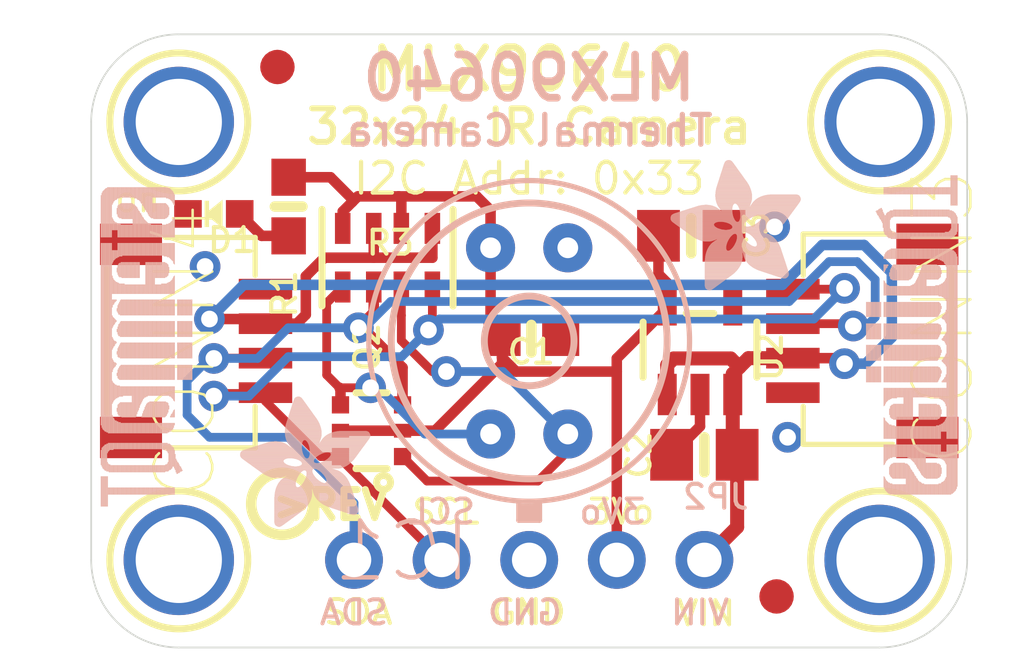
<source format=kicad_pcb>
(kicad_pcb (version 20211014) (generator pcbnew)
  (layers (0 "F.Cu" signal) (31 "B.Cu" signal) (34 "B.Paste" user) (35 "F.Paste" user) (36 "B.SilkS" user "B.Silkscreen") (37 "F.SilkS" user "F.Silkscreen") (38 "B.Mask" user) (39 "F.Mask" user) (44 "Edge.Cuts" user))
  (net 0 "")
  (net 1 "GND")
  (net 2 "SDA")
  (net 3 "SCL")
  (net 4 "SCL_3V")
  (net 5 "SDA_3V")
  (net 6 "3.3V")
  (net 7 "VCC")
  (net 8 "N$1")
  (footprint "boardEagle:JST_SH4" (layer "F.Cu") (at 158.6611 105.0036 90)
    (fp_text reference "CONN3" (at -3.711 1.847 90) (layer "F.SilkS") (effects (font (size 1.703222 1.703222) (thickness 0.074778)) (justify left)))
    (fp_text value "STEMMA_I2C_QT" hide)
    (pad "1" smd rect (at -1.5 -2.514 180) (size 1.55 0.6) (layers "F.Cu" "F.Paste" "F.Mask") (net 1 "GND"))
    (pad "2" smd rect (at -0.5 -2.514 180) (size 1.55 0.6) (layers "F.Cu" "F.Paste" "F.Mask") (net 7 "VCC"))
    (pad "3" smd rect (at 0.5 -2.514 180) (size 1.55 0.6) (layers "F.Cu" "F.Paste" "F.Mask") (net 2 "SDA"))
    (pad "4" smd rect (at 1.5 -2.514 180) (size 1.55 0.6) (layers "F.Cu" "F.Paste" "F.Mask") (net 3 "SCL"))
    (pad "MT1" smd rect (at -2.8 1.386 180) (size 1.8 1.2) (layers "F.Cu" "F.Paste" "F.Mask"))
    (pad "MT2" smd rect (at 2.8 1.386 180) (size 1.8 1.2) (layers "F.Cu" "F.Paste" "F.Mask"))
  )
  (footprint "boardEagle:MOUNTINGHOLE_2.5_PLATED" (layer "F.Cu") (at 158.6611 98.6536)
    (fp_text reference "U$17" hide)
    (fp_text value "MOUNTINGHOLE2.5" hide)
    (pad "P$1" thru_hole circle (at 0 0) (size 3.2 3.2) (drill 2.5) (layers *.Cu *.Mask))
  )
  (footprint "boardEagle:FIDUCIAL_1MM" (layer "F.Cu") (at 141.20114 97.061019)
    (fp_text reference "FID4" hide)
    (fp_text value "FIDUCIAL_1MM" hide)
    (pad "1" smd roundrect (at 0 0) (size 1 1) (layers "F.Cu" "F.Mask") (roundrect_rratio 0.5))
  )
  (footprint "boardEagle:MOUNTINGHOLE_2.5_PLATED" (layer "F.Cu") (at 158.6611 111.3536)
    (fp_text reference "U$21" hide)
    (fp_text value "MOUNTINGHOLE2.5" hide)
    (pad "P$1" thru_hole circle (at 0 0) (size 3.2 3.2) (drill 2.5) (layers *.Cu *.Mask))
  )
  (footprint "boardEagle:SOT363" (layer "F.Cu") (at 143.9291 107.6071 90)
    (fp_text reference "Q2" (at 1.651 -0.127 90) (layer "F.SilkS") (effects (font (size 0.692831 0.692831) (thickness 0.119969)) (justify left)))
    (fp_text value "BSS138")
    (pad "1" smd rect (at -0.75 0.9 90) (size 0.5 0.5) (layers "F.Cu" "F.Paste" "F.Mask") (net 4 "SCL_3V"))
    (pad "2" smd rect (at 0 0.9 90) (size 0.4 0.5) (layers "F.Cu" "F.Paste" "F.Mask") (net 6 "3.3V"))
    (pad "3" smd rect (at 0.75 0.9 90) (size 0.5 0.5) (layers "F.Cu" "F.Paste" "F.Mask") (net 2 "SDA"))
    (pad "4" smd rect (at 0.75 -0.9 90) (size 0.5 0.5) (layers "F.Cu" "F.Paste" "F.Mask") (net 5 "SDA_3V"))
    (pad "5" smd rect (at 0 -0.9 90) (size 0.4 0.5) (layers "F.Cu" "F.Paste" "F.Mask") (net 6 "3.3V"))
    (pad "6" smd rect (at -0.75 -0.9 90) (size 0.5 0.5) (layers "F.Cu" "F.Paste" "F.Mask") (net 3 "SCL"))
  )
  (footprint "boardEagle:MOUNTINGHOLE_2.5_PLATED" (layer "F.Cu") (at 138.3411 111.3536)
    (fp_text reference "U$19" hide)
    (fp_text value "MOUNTINGHOLE2.5" hide)
    (pad "P$1" thru_hole circle (at 0 0) (size 3.2 3.2) (drill 2.5) (layers *.Cu *.Mask))
  )
  (footprint "boardEagle:0805-NO" (layer "F.Cu") (at 153.2001 101.9556)
    (fp_text reference "C3" (at 1.905 -0.762 90) (layer "F.SilkS") (effects (font (size 0.692831 0.692831) (thickness 0.119969)) (justify right)))
    (fp_text value "10uF")
    (pad "1" smd rect (at -0.95 0) (size 1.24 1.5) (layers "F.Cu" "F.Paste" "F.Mask") (net 6 "3.3V"))
    (pad "2" smd rect (at 0.95 0) (size 1.24 1.5) (layers "F.Cu" "F.Paste" "F.Mask") (net 1 "GND"))
  )
  (footprint "boardEagle:CHIPLED_0603_NOOUTLINE" (layer "F.Cu") (at 139.3571 101.3206 90)
    (fp_text reference "D1" (at -0.762 1.27) (layer "F.SilkS") (effects (font (size 0.692831 0.692831) (thickness 0.119969)) (justify right)))
    (fp_text value "GREEN")
    (pad "A" smd rect (at 0 0.75 90) (size 0.8 0.8) (layers "F.Cu" "F.Paste" "F.Mask") (net 8 "N$1"))
    (pad "C" smd rect (at 0 -0.75 90) (size 0.8 0.8) (layers "F.Cu" "F.Paste" "F.Mask") (net 1 "GND"))
  )
  (footprint "boardEagle:PCBFEAT-REV-040" (layer "F.Cu") (at 141.3383 109.728)
    (fp_text reference "U$25" hide)
    (fp_text value "" hide)
    (fp_text user ">REV" (at -0.3556 0.508) (layer "F.SilkS") (effects (font (size 0.8128 0.8128) (thickness 0.2032)) (justify left bottom)))
  )
  (footprint "boardEagle:RESPACK_4X0603" (layer "F.Cu") (at 144.393921 102.5906 180)
    (fp_text reference "R3" (at -0.838 0.432) (layer "F.SilkS") (effects (font (size 0.692831 0.692831) (thickness 0.119969)) (justify right)))
    (fp_text value "4.7K")
    (pad "1" smd rect (at -1.3 0.85 180) (size 0.45 0.9) (layers "F.Cu" "F.Paste" "F.Mask") (net 7 "VCC"))
    (pad "2" smd rect (at -0.4 0.85 180) (size 0.45 0.9) (layers "F.Cu" "F.Paste" "F.Mask") (net 6 "3.3V"))
    (pad "3" smd rect (at 0.4 0.85 180) (size 0.45 0.9) (layers "F.Cu" "F.Paste" "F.Mask") (net 7 "VCC"))
    (pad "4" smd rect (at 1.3 0.85 180) (size 0.45 0.9) (layers "F.Cu" "F.Paste" "F.Mask") (net 6 "3.3V"))
    (pad "5" smd rect (at 1.3 -0.85 180) (size 0.45 0.9) (layers "F.Cu" "F.Paste" "F.Mask") (net 5 "SDA_3V"))
    (pad "6" smd rect (at 0.4 -0.85 180) (size 0.45 0.9) (layers "F.Cu" "F.Paste" "F.Mask") (net 2 "SDA"))
    (pad "7" smd rect (at -0.4 -0.85 180) (size 0.45 0.9) (layers "F.Cu" "F.Paste" "F.Mask") (net 4 "SCL_3V"))
    (pad "8" smd rect (at -1.3 -0.85 180) (size 0.45 0.9) (layers "F.Cu" "F.Paste" "F.Mask") (net 3 "SCL"))
  )
  (footprint "boardEagle:JST_SH4" (layer "F.Cu") (at 138.3411 105.0036 -90)
    (fp_text reference "CONN4" (at -4.092 -0.185 90) (layer "F.SilkS") (effects (font (size 1.703222 1.703222) (thickness 0.074778)) (justify right)))
    (fp_text value "STEMMA_I2C_QT" hide)
    (pad "1" smd rect (at -1.5 -2.514) (size 1.55 0.6) (layers "F.Cu" "F.Paste" "F.Mask") (net 1 "GND"))
    (pad "2" smd rect (at -0.5 -2.514) (size 1.55 0.6) (layers "F.Cu" "F.Paste" "F.Mask") (net 7 "VCC"))
    (pad "3" smd rect (at 0.5 -2.514) (size 1.55 0.6) (layers "F.Cu" "F.Paste" "F.Mask") (net 2 "SDA"))
    (pad "4" smd rect (at 1.5 -2.514) (size 1.55 0.6) (layers "F.Cu" "F.Paste" "F.Mask") (net 3 "SCL"))
    (pad "MT1" smd rect (at -2.8 1.386) (size 1.8 1.2) (layers "F.Cu" "F.Paste" "F.Mask"))
    (pad "MT2" smd rect (at 2.8 1.386) (size 1.8 1.2) (layers "F.Cu" "F.Paste" "F.Mask"))
  )
  (footprint "boardEagle:0603-NO" (layer "F.Cu") (at 141.526259 101.107241 -90)
    (fp_text reference "R1" (at 1.778 0.127 90) (layer "F.SilkS") (effects (font (size 0.692831 0.692831) (thickness 0.119969)) (justify right)))
    (fp_text value "10K")
    (pad "1" smd rect (at -0.85 0 270) (size 1.075 1) (layers "F.Cu" "F.Paste" "F.Mask") (net 6 "3.3V"))
    (pad "2" smd rect (at 0.85 0 270) (size 1.075 1) (layers "F.Cu" "F.Paste" "F.Mask") (net 8 "N$1"))
  )
  (footprint "boardEagle:FIDUCIAL_1MM" (layer "F.Cu") (at 155.674059 112.412782)
    (fp_text reference "FID3" hide)
    (fp_text value "FIDUCIAL_1MM" hide)
    (pad "1" smd roundrect (at 0 0) (size 1 1) (layers "F.Cu" "F.Mask") (roundrect_rratio 0.5))
  )
  (footprint "boardEagle:0805-NO" (layer "F.Cu") (at 153.5811 108.3056 180)
    (fp_text reference "C2" (at 1.905 -0.762 90) (layer "F.SilkS") (effects (font (size 0.692831 0.692831) (thickness 0.119969)) (justify left)))
    (fp_text value "10uF")
    (pad "1" smd rect (at -0.95 0 180) (size 1.24 1.5) (layers "F.Cu" "F.Paste" "F.Mask") (net 7 "VCC"))
    (pad "2" smd rect (at 0.95 0 180) (size 1.24 1.5) (layers "F.Cu" "F.Paste" "F.Mask") (net 1 "GND"))
  )
  (footprint "boardEagle:SOT23-5" (layer "F.Cu") (at 153.4541 105.2576)
    (fp_text reference "U2" (at 2.032 -0.562 90) (layer "F.SilkS") (effects (font (size 0.692831 0.692831) (thickness 0.119969)) (justify right)))
    (fp_text value "AP2112K-3.3")
    (pad "1" smd rect (at -0.95 1.3001) (size 0.55 1.2) (layers "F.Cu" "F.Paste" "F.Mask") (net 7 "VCC"))
    (pad "2" smd rect (at 0 1.3001) (size 0.55 1.2) (layers "F.Cu" "F.Paste" "F.Mask") (net 1 "GND"))
    (pad "3" smd rect (at 0.95 1.3001) (size 0.55 1.2) (layers "F.Cu" "F.Paste" "F.Mask") (net 7 "VCC"))
    (pad "4" smd rect (at 0.95 -1.3001) (size 0.55 1.2) (layers "F.Cu" "F.Paste" "F.Mask"))
    (pad "5" smd rect (at -0.95 -1.3001) (size 0.55 1.2) (layers "F.Cu" "F.Paste" "F.Mask") (net 6 "3.3V"))
  )
  (footprint "boardEagle:0603-NO" (layer "F.Cu") (at 148.5646 104.9401)
    (fp_text reference "C1" (at -0.762 0.381) (layer "F.SilkS") (effects (font (size 0.692831 0.692831) (thickness 0.119969)) (justify left)))
    (fp_text value "0.1uF")
    (pad "1" smd rect (at -0.85 0) (size 1.075 1) (layers "F.Cu" "F.Paste" "F.Mask") (net 6 "3.3V"))
    (pad "2" smd rect (at 0.85 0) (size 1.075 1) (layers "F.Cu" "F.Paste" "F.Mask") (net 1 "GND"))
  )
  (footprint "boardEagle:MOUNTINGHOLE_2.5_PLATED" (layer "F.Cu") (at 138.3411 98.6536)
    (fp_text reference "U$1" hide)
    (fp_text value "MOUNTINGHOLE2.5" hide)
    (pad "P$1" thru_hole circle (at 0 0) (size 3.2 3.2) (drill 2.5) (layers *.Cu *.Mask))
  )
  (footprint "boardEagle:MLX90640" (layer "B.Cu") (at 148.5011 105.0036 180)
    (fp_text reference "IC1" (at 1.6 -6.1) (layer "B.SilkS") (effects (font (size 1.647139 1.647139) (thickness 0.130861)) (justify left mirror)))
    (fp_text value "MLX90640")
    (pad "GND" thru_hole circle (at -1.12 2.7 180) (size 1.4224 1.4224) (drill 0.6) (layers *.Cu) (net 1 "GND"))
    (pad "SCL" thru_hole circle (at -1.12 -2.7 180) (size 1.4224 1.4224) (drill 0.6) (layers *.Cu) (net 4 "SCL_3V"))
    (pad "SDA" thru_hole circle (at 1.12 -2.7 180) (size 1.4224 1.4224) (drill 0.6) (layers *.Cu) (net 5 "SDA_3V"))
    (pad "VDD" thru_hole circle (at 1.12 2.7 180) (size 1.4224 1.4224) (drill 0.6) (layers *.Cu) (net 6 "3.3V"))
  )
  (footprint "boardEagle:STEMMAQT" (layer "B.Cu") (at 158.2801 109.4486 90)
    (fp_text reference "U$30" hide)
    (fp_text value "" hide)
  )
  (footprint "boardEagle:ADAFRUIT_3.5MM" (layer "B.Cu") (at 143.913859 110.411263 180)
    (fp_text reference "U$22" hide)
    (fp_text value "" hide)
  )
  (footprint "boardEagle:STEMMAQT" (layer "B.Cu") (at 138.7221 100.5586 -90)
    (fp_text reference "U$31" hide)
    (fp_text value "" hide)
  )
  (footprint "boardEagle:ADAFRUIT_3.5MM" (layer "B.Cu") (at 156.395418 103.553263 180)
    (fp_text reference "U$4" hide)
    (fp_text value "" hide)
  )
  (footprint "boardEagle:1X05_ROUND" (layer "B.Cu") (at 148.5011 111.3536 180)
    (fp_text reference "JP2" (at -6.4262 1.8288) (layer "B.SilkS") (effects (font (size 0.692831 0.692831) (thickness 0.119969)) (justify left mirror)))
    (fp_text value "")
    (pad "1" thru_hole circle (at -5.08 0 90) (size 1.6764 1.6764) (drill 1) (layers *.Cu *.Mask) (net 7 "VCC"))
    (pad "2" thru_hole circle (at -2.54 0 90) (size 1.6764 1.6764) (drill 1) (layers *.Cu *.Mask) (net 6 "3.3V"))
    (pad "3" thru_hole circle (at 0 0 90) (size 1.6764 1.6764) (drill 1) (layers *.Cu *.Mask) (net 1 "GND"))
    (pad "4" thru_hole circle (at 2.54 0 90) (size 1.6764 1.6764) (drill 1) (layers *.Cu *.Mask) (net 3 "SCL"))
    (pad "5" thru_hole circle (at 5.08 0 90) (size 1.6764 1.6764) (drill 1) (layers *.Cu *.Mask) (net 2 "SDA"))
  )
  (gr_arc (start 158.6611 96.1136) (mid 160.457151 96.857549) (end 161.2011 98.6536) (layer "Edge.Cuts") (width 0.05))
  (gr_arc (start 161.2011 111.3536) (mid 160.457151 113.149651) (end 158.6611 113.8936) (layer "Edge.Cuts") (width 0.05))
  (gr_line (start 135.8011 98.6536) (end 135.8011 111.3536) (layer "Edge.Cuts") (width 0.05))
  (gr_arc (start 135.8011 98.6536) (mid 136.545049 96.857549) (end 138.3411 96.1136) (layer "Edge.Cuts") (width 0.05))
  (gr_line (start 138.3411 113.8936) (end 158.6611 113.8936) (layer "Edge.Cuts") (width 0.05))
  (gr_line (start 158.6611 96.1136) (end 138.3411 96.1136) (layer "Edge.Cuts") (width 0.05))
  (gr_line (start 161.2011 111.3536) (end 161.2011 98.6536) (layer "Edge.Cuts") (width 0.05))
  (gr_arc (start 138.3411 113.8936) (mid 136.545049 113.149651) (end 135.8011 111.3536) (layer "Edge.Cuts") (width 0.05))
  (gr_text "GND" (at 148.3741 112.8776) (layer "B.SilkS") (effects (font (size 0.699008 0.699008) (thickness 0.113792)) (justify mirror)))
  (gr_text "MLX90640" (at 148.5011 97.3836) (layer "B.SilkS") (effects (font (size 1.25222 1.25222) (thickness 0.22098)) (justify mirror)))
  (gr_text "VIN" (at 153.4541 112.8776) (layer "B.SilkS") (effects (font (size 0.699008 0.699008) (thickness 0.113792)) (justify mirror)))
  (gr_text "3Vo" (at 150.9141 109.9566) (layer "B.SilkS") (effects (font (size 0.699008 0.699008) (thickness 0.113792)) (justify mirror)))
  (gr_text "SCL" (at 145.9611 109.9566) (layer "B.SilkS") (effects (font (size 0.699008 0.699008) (thickness 0.113792)) (justify mirror)))
  (gr_text "SDA" (at 143.4211 112.8776) (layer "B.SilkS") (effects (font (size 0.699008 0.699008) (thickness 0.113792)) (justify mirror)))
  (gr_text "Thermal Camera" (at 148.5011 98.9076) (layer "B.SilkS") (effects (font (size 0.8636 0.8636) (thickness 0.1524)) (justify mirror)))
  (gr_text "3Vo" (at 151.1681 109.9566) (layer "F.SilkS") (effects (font (size 0.699008 0.699008) (thickness 0.113792))))
  (gr_text "I2C Addr: 0x33" (at 148.5011 100.294441) (layer "F.SilkS") (effects (font (size 0.89408 0.89408) (thickness 0.12192))))
  (gr_text "32x24 IR Camera" (at 148.5011 98.79076) (layer "F.SilkS") (effects (font (size 0.97155 0.97155) (thickness 0.17145))))
  (gr_text "GND" (at 148.49094 112.867441) (layer "F.SilkS") (effects (font (size 0.699008 0.699008) (thickness 0.113792))))
  (gr_text "SDA" (at 143.5481 112.867441) (layer "F.SilkS") (effects (font (size 0.699008 0.699008) (thickness 0.113792))))
  (gr_text "SCL" (at 146.0881 109.9566) (layer "F.SilkS") (effects (font (size 0.699008 0.699008) (thickness 0.113792))))
  (gr_text "MLX90640" (at 148.5011 97.1296) (layer "F.SilkS") (effects (font (size 1.18745 1.18745) (thickness 0.20955))))
  (gr_text "VIN" (at 153.6319 112.903) (layer "F.SilkS") (effects (font (size 0.699008 0.699008) (thickness 0.113792))))
  (gr_text "on" (at 136.4361 101.3206) (layer "F.SilkS") (effects (font (size 0.715264 0.715264) (thickness 0.097536)) (justify left bottom)))
  (segment (start 153.4541 106.5577) (end 153.4541 107.4826) (width 0.3048) (layer "F.Cu") (net 1))
  (segment (start 153.4541 107.4826) (end 152.6311 108.3056) (width 0.3048) (layer "F.Cu") (net 1))
  (via (at 139.1031 102.8446) (size 0.889) (drill 0.4826) (layers "F.Cu" "B.Cu") (net 1))
  (via (at 155.9941 107.7976) (size 0.889) (drill 0.4826) (layers "F.Cu" "B.Cu") (net 1))
  (via (at 155.618181 101.696519) (size 0.889) (drill 0.4826) (layers "F.Cu" "B.Cu") (net 1))
  (segment (start 143.5481 104.6226) (end 143.993921 104.176779) (width 0.3048) (layer "F.Cu") (net 2))
  (segment (start 143.993921 103.4406) (end 143.993921 104.176779) (width 0.3048) (layer "F.Cu") (net 2))
  (segment (start 156.1471 104.5036) (end 157.8309 104.5036) (width 0.254) (layer "F.Cu") (net 2))
  (segment (start 157.8309 104.5036) (end 157.8991 104.5718) (width 0.254) (layer "F.Cu") (net 2))
  (segment (start 144.8291 106.8571) (end 144.8291 105.7766) (width 0.3048) (layer "F.Cu") (net 2))
  (segment (start 143.5481 104.6226) (end 143.6751 104.6226) (width 0.3048) (layer "F.Cu") (net 2))
  (segment (start 140.8551 105.5036) (end 139.3651 105.5036) (width 0.254) (layer "F.Cu") (net 2))
  (segment (start 139.3651 105.5036) (end 139.3571 105.5116) (width 0.254) (layer "F.Cu") (net 2))
  (segment (start 144.8291 105.7766) (end 143.6751 104.6226) (width 0.3048) (layer "F.Cu") (net 2))
  (via (at 143.5481 104.6226) (size 0.889) (drill 0.4826) (layers "F.Cu" "B.Cu") (net 2))
  (via (at 139.3571 105.5116) (size 0.889) (drill 0.4826) (layers "F.Cu" "B.Cu") (net 2))
  (via (at 157.8991 104.5718) (size 0.889) (drill 0.4826) (layers "F.Cu" "B.Cu") (net 2))
  (segment (start 143.849506 104.4956) (end 143.6751 104.4956) (width 0.254) (layer "B.Cu") (net 2))
  (segment (start 158.5341 103.2256) (end 158.0134 102.7049) (width 0.254) (layer "B.Cu") (net 2))
  (segment (start 139.3571 105.5116) (end 139.2301 105.5116) (width 0.254) (layer "B.Cu") (net 2))
  (segment (start 156.041506 103.8606) (end 157.197206 102.7049) (width 0.254) (layer "B.Cu") (net 2))
  (segment (start 158.5341 104.3178) (end 158.5341 103.2256) (width 0.254) (layer "B.Cu") (net 2))
  (segment (start 141.5161 104.6226) (end 143.5481 104.6226) (width 0.254) (layer "B.Cu") (net 2))
  (segment (start 141.5161 104.6226) (end 140.6271 105.5116) (width 0.254) (layer "B.Cu") (net 2))
  (segment (start 139.3571 105.5116) (end 140.6271 105.5116) (width 0.254) (layer "B.Cu") (net 2))
  (segment (start 139.2301 105.5116) (end 138.5824 106.1593) (width 0.254) (layer "B.Cu") (net 2))
  (segment (start 157.8991 104.5718) (end 158.2801 104.5718) (width 0.254) (layer "B.Cu") (net 2))
  (segment (start 158.5341 104.3178) (end 158.2801 104.5718) (width 0.254) (layer "B.Cu") (net 2))
  (segment (start 144.484506 103.8606) (end 156.041506 103.8606) (width 0.254) (layer "B.Cu") (net 2))
  (segment (start 138.5824 107.1499) (end 139.2301 107.7976) (width 0.254) (layer "B.Cu") (net 2))
  (segment (start 138.5824 106.1593) (end 138.5824 107.1499) (width 0.254) (layer "B.Cu") (net 2))
  (segment (start 143.5481 104.6226) (end 143.6751 104.4956) (width 0.254) (layer "B.Cu") (net 2))
  (segment (start 144.484506 103.8606) (end 143.849506 104.4956) (width 0.254) (layer "B.Cu") (net 2))
  (segment (start 141.5161 107.7976) (end 143.4211 109.7026) (width 0.254) (layer "B.Cu") (net 2))
  (segment (start 158.0134 102.7049) (end 157.197206 102.7049) (width 0.254) (layer "B.Cu") (net 2))
  (segment (start 139.2301 107.7976) (end 141.5161 107.7976) (width 0.254) (layer "B.Cu") (net 2))
  (segment (start 143.4211 109.7026) (end 143.4211 111.3536) (width 0.254) (layer "B.Cu") (net 2))
  (segment (start 140.8551 106.5036) (end 140.8551 106.5276) (width 0.3048) (layer "F.Cu") (net 3))
  (segment (start 145.693921 103.4406) (end 145.693921 104.572279) (width 0.254) (layer "F.Cu") (net 3))
  (segment (start 140.8551 106.7546) (end 142.4576 108.3571) (width 0.254) (layer "F.Cu") (net 3))
  (segment (start 157.6211 103.5036) (end 157.6451 103.4796) (width 0.254) (layer "F.Cu") (net 3))
  (segment (start 142.4576 108.3571) (end 143.0291 108.3571) (width 0.254) (layer "F.Cu") (net 3))
  (segment (start 156.1471 103.5036) (end 157.6211 103.5036) (width 0.254) (layer "F.Cu") (net 3))
  (segment (start 143.0291 108.4216) (end 145.9611 111.3536) (width 0.254) (layer "F.Cu") (net 3))
  (segment (start 143.0291 108.3571) (end 143.0291 108.4216) (width 0.3048) (layer "F.Cu") (net 3))
  (segment (start 140.8551 106.5276) (end 140.8551 106.7546) (width 0.254) (layer "F.Cu") (net 3))
  (segment (start 139.3571 106.6038) (end 139.4333 106.5276) (width 0.254) (layer "F.Cu") (net 3))
  (segment (start 139.4333 106.5276) (end 140.8551 106.5276) (width 0.254) (layer "F.Cu") (net 3))
  (segment (start 145.5801 104.6861) (end 145.693921 104.572279) (width 0.254) (layer "F.Cu") (net 3))
  (via (at 139.3571 106.6038) (size 0.889) (drill 0.4826) (layers "F.Cu" "B.Cu") (net 3))
  (via (at 157.6451 103.4796) (size 0.889) (drill 0.4826) (layers "F.Cu" "B.Cu") (net 3))
  (via (at 145.5801 104.6861) (size 0.889) (drill 0.4826) (layers "F.Cu" "B.Cu") (net 3))
  (segment (start 144.8054 105.4608) (end 141.5161 105.4608) (width 0.254) (layer "B.Cu") (net 3))
  (segment (start 145.8976 104.3686) (end 145.5801 104.6861) (width 0.254) (layer "B.Cu") (net 3))
  (segment (start 156.7561 104.3686) (end 145.8976 104.3686) (width 0.254) (layer "B.Cu") (net 3))
  (segment (start 141.5161 105.4608) (end 140.3731 106.6038) (width 0.254) (layer "B.Cu") (net 3))
  (segment (start 157.6451 103.4796) (end 156.7561 104.3686) (width 0.254) (layer "B.Cu") (net 3))
  (segment (start 145.5801 104.6861) (end 144.8054 105.4608) (width 0.254) (layer "B.Cu") (net 3))
  (segment (start 140.3731 106.6038) (end 139.3571 106.6038) (width 0.254) (layer "B.Cu") (net 3))
  (segment (start 145.689793 105.891388) (end 144.793918 104.995513) (width 0.254) (layer "F.Cu") (net 4))
  (segment (start 149.6211 108.2016) (end 148.7551 109.0676) (width 0.254) (layer "F.Cu") (net 4))
  (segment (start 148.7551 109.0676) (end 145.5396 109.0676) (width 0.254) (layer "F.Cu") (net 4))
  (segment (start 144.793921 103.4406) (end 144.793921 104.26356) (width 0.254) (layer "F.Cu") (net 4))
  (segment (start 145.689793 105.891388) (end 146.1008 105.891388) (width 0.254) (layer "F.Cu") (net 4))
  (segment (start 144.793921 104.26356) (end 144.793918 104.263563) (width 0.254) (layer "F.Cu") (net 4))
  (segment (start 144.793918 104.263563) (end 144.793918 104.995513) (width 0.254) (layer "F.Cu") (net 4))
  (segment (start 149.6211 108.2016) (end 149.6211 107.7036) (width 0.254) (layer "F.Cu") (net 4))
  (segment (start 145.5396 109.0676) (end 144.8291 108.3571) (width 0.254) (layer "F.Cu") (net 4))
  (via (at 146.1008 105.891388) (size 0.889) (drill 0.4826) (layers "F.Cu" "B.Cu") (net 4))
  (segment (start 149.5501 107.7036) (end 147.737887 105.891388) (width 0.254) (layer "B.Cu") (net 4))
  (segment (start 146.1008 105.891388) (end 147.737887 105.891388) (width 0.254) (layer "B.Cu") (net 4))
  (segment (start 149.6211 107.7036) (end 149.5501 107.7036) (width 0.254) (layer "B.Cu") (net 4))
  (segment (start 143.0291 106.3896) (end 143.0291 106.8571) (width 0.3048) (layer "F.Cu") (net 5))
  (segment (start 143.0291 106.3896) (end 143.002 106.3625) (width 0.3048) (layer "F.Cu") (net 5))
  (segment (start 143.093921 103.4406) (end 142.6291 103.905422) (width 0.254) (layer "F.Cu") (net 5))
  (segment (start 143.002 106.3625) (end 143.902487 106.3625) (width 0.254) (layer "F.Cu") (net 5))
  (segment (start 142.6291 105.9896) (end 143.002 106.3625) (width 0.254) (layer "F.Cu") (net 5))
  (segment (start 142.6291 103.905422) (end 142.6291 105.9896) (width 0.254) (layer "F.Cu") (net 5))
  (via (at 143.902487 106.3625) (size 0.889) (drill 0.4826) (layers "F.Cu" "B.Cu") (net 5))
  (segment (start 143.902487 106.3625) (end 144.135 106.3625) (width 0.254) (layer "B.Cu") (net 5))
  (segment (start 145.4761 107.7036) (end 144.135 106.3625) (width 0.254) (layer "B.Cu") (net 5))
  (segment (start 145.4761 107.7036) (end 147.3811 107.7036) (width 0.254) (layer "B.Cu") (net 5))
  (segment (start 142.73874 100.257241) (end 143.36824 100.886741) (width 0.3048) (layer "F.Cu") (net 6))
  (segment (start 147.3811 101.2166) (end 147.3811 102.3036) (width 0.3048) (layer "F.Cu") (net 6))
  (segment (start 151.0411 105.8926) (end 148.1201 105.8926) (width 0.3048) (layer "F.Cu") (net 6))
  (segment (start 147.7146 105.6631) (end 145.7706 107.6071) (width 0.3048) (layer "F.Cu") (net 6))
  (segment (start 141.526259 100.257241) (end 142.73874 100.257241) (width 0.3048) (layer "F.Cu") (net 6))
  (segment (start 147.3811 101.2166) (end 146.9771 100.8126) (width 0.3048) (layer "F.Cu") (net 6))
  (segment (start 152.5041 104.0486) (end 151.0411 105.5116) (width 0.3048) (layer "F.Cu") (net 6))
  (segment (start 152.5041 103.9575) (end 152.5041 103.3225) (width 0.3048) (layer "F.Cu") (net 6))
  (segment (start 151.0411 105.8926) (end 151.0411 105.5116) (width 0.3048) (layer "F.Cu") (net 6))
  (segment (start 147.3811 102.3036) (end 147.3811 104.6066) (width 0.3048) (layer "F.Cu") (net 6))
  (segment (start 147.7146 104.9401) (end 147.7146 105.4871) (width 0.3048) (layer "F.Cu") (net 6))
  (segment (start 151.0411 111.3536) (end 151.0411 105.8926) (width 0.3048) (layer "F.Cu") (net 6))
  (segment (start 144.793921 101.7406) (end 144.793921 100.890022) (width 0.3048) (layer "F.Cu") (net 6))
  (segment (start 144.8291 107.6071) (end 143.0291 107.6071) (width 0.3048) (layer "F.Cu") (net 6))
  (segment (start 152.5041 103.9575) (end 152.5041 104.0486) (width 0.3048) (layer "F.Cu") (net 6))
  (segment (start 146.9771 100.8126) (end 144.7165 100.8126) (width 0.3048) (layer "F.Cu") (net 6))
  (segment (start 143.093921 101.251538) (end 143.093921 101.7406) (width 0.3048) (layer "F.Cu") (net 6))
  (segment (start 152.5041 103.3225) (end 152.2501 103.0685) (width 0.3048) (layer "F.Cu") (net 6))
  (segment (start 147.7146 104.9401) (end 147.3811 104.6066) (width 0.3048) (layer "F.Cu") (net 6))
  (segment (start 148.1201 105.8926) (end 147.7146 105.4871) (width 0.3048) (layer "F.Cu") (net 6))
  (segment (start 144.7165 100.8126) (end 143.532859 100.8126) (width 0.3048) (layer "F.Cu") (net 6))
  (segment (start 143.36824 100.977219) (end 143.093921 101.251538) (width 0.3048) (layer "F.Cu") (net 6))
  (segment (start 147.7146 104.9401) (end 147.7146 105.6631) (width 0.3048) (layer "F.Cu") (net 6))
  (segment (start 143.36824 100.886741) (end 143.36824 100.977219) (width 0.3048) (layer "F.Cu") (net 6))
  (segment (start 152.2501 101.9556) (end 152.2501 103.0685) (width 0.3048) (layer "F.Cu") (net 6))
  (segment (start 143.532859 100.8126) (end 143.36824 100.977219) (width 0.3048) (layer "F.Cu") (net 6))
  (segment (start 144.8291 107.6071) (end 145.7706 107.6071) (width 0.3048) (layer "F.Cu") (net 6))
  (segment (start 144.793921 100.890022) (end 144.7165 100.8126) (width 0.3048) (layer "F.Cu") (net 6))
  (segment (start 154.8591 105.5036) (end 154.5971 105.7656) (width 0.4064) (layer "F.Cu") (net 7))
  (segment (start 140.8551 104.5036) (end 141.7621 104.5036) (width 0.3048) (layer "F.Cu") (net 7))
  (segment (start 154.4041 105.9586) (end 154.4041 106.5577) (width 0.4064) (layer "F.Cu") (net 7))
  (segment (start 154.4041 106.5577) (end 154.4041 108.1786) (width 0.4064) (layer "F.Cu") (net 7))
  (segment (start 154.5311 110.4036) (end 154.5311 108.3056) (width 0.4064) (layer "F.Cu") (net 7))
  (segment (start 154.5971 105.7656) (end 154.4041 105.9586) (width 0.4064) (layer "F.Cu") (net 7))
  (segment (start 152.5041 106.5577) (end 152.5041 105.6996) (width 0.4064) (layer "F.Cu") (net 7))
  (segment (start 140.8551 104.5036) (end 140.7201 104.3686) (width 0.3048) (layer "F.Cu") (net 7))
  (segment (start 142.0241 104.2416) (end 142.0241 103.129085) (width 0.3048) (layer "F.Cu") (net 7))
  (segment (start 157.4847 105.5036) (end 156.1471 105.5036) (width 0.3048) (layer "F.Cu") (net 7))
  (segment (start 157.6451 105.664) (end 157.4847 105.5036) (width 0.3048) (layer "F.Cu") (net 7))
  (segment (start 152.6921 105.5116) (end 154.3431 105.5116) (width 0.4064) (layer "F.Cu") (net 7))
  (segment (start 145.693921 102.5906) (end 143.993921 102.5906) (width 0.3048) (layer "F.Cu") (net 7))
  (segment (start 152.5041 105.6996) (end 152.6921 105.5116) (width 0.4064) (layer "F.Cu") (net 7))
  (segment (start 145.693921 101.7406) (end 145.693921 102.5906) (width 0.3048) (layer "F.Cu") (net 7))
  (segment (start 142.562584 102.5906) (end 143.993921 102.5906) (width 0.3048) (layer "F.Cu") (net 7))
  (segment (start 141.7621 104.5036) (end 142.0241 104.2416) (width 0.3048) (layer "F.Cu") (net 7))
  (segment (start 140.7201 104.3686) (end 139.2301 104.3686) (width 0.3048) (layer "F.Cu") (net 7))
  (segment (start 156.1471 105.5036) (end 154.8591 105.5036) (width 0.4064) (layer "F.Cu") (net 7))
  (segment (start 154.5311 108.3056) (end 154.4041 108.1786) (width 0.4064) (layer "F.Cu") (net 7))
  (segment (start 143.993921 101.7406) (end 143.993921 102.5906) (width 0.3048) (layer "F.Cu") (net 7))
  (segment (start 142.0241 103.129085) (end 142.562584 102.5906) (width 0.3048) (layer "F.Cu") (net 7))
  (segment (start 153.5811 111.3536) (end 154.5311 110.4036) (width 0.4064) (layer "F.Cu") (net 7))
  (segment (start 154.3431 105.5116) (end 154.5971 105.7656) (width 0.4064) (layer "F.Cu") (net 7))
  (via (at 139.2301 104.3686) (size 0.889) (drill 0.4826) (layers "F.Cu" "B.Cu") (net 7))
  (via (at 157.6451 105.664) (size 0.889) (drill 0.4826) (layers "F.Cu" "B.Cu") (net 7))
  (segment (start 158.2133 102.2223) (end 159.0167 103.0257) (width 0.3048) (layer "B.Cu") (net 7))
  (segment (start 140.2207 103.378) (end 155.841606 103.378) (width 0.3048) (layer "B.Cu") (net 7))
  (segment (start 156.997306 102.2223) (end 158.2133 102.2223) (width 0.3048) (layer "B.Cu") (net 7))
  (segment (start 158.2547 105.664) (end 157.6451 105.664) (width 0.3048) (layer "B.Cu") (net 7))
  (segment (start 155.841606 103.378) (end 156.997306 102.2223) (width 0.3048) (layer "B.Cu") (net 7))
  (segment (start 159.0167 103.0257) (end 159.0167 104.902) (width 0.3048) (layer "B.Cu") (net 7))
  (segment (start 139.2301 104.3686) (end 140.2207 103.378) (width 0.3048) (layer "B.Cu") (net 7))
  (segment (start 159.0167 104.902) (end 158.2547 105.664) (width 0.3048) (layer "B.Cu") (net 7))
  (segment (start 141.526259 101.957241) (end 140.74374 101.957241) (width 0.3048) (layer "F.Cu") (net 8))
  (segment (start 140.1071 101.3206) (end 140.74374 101.957241) (width 0.3048) (layer "F.Cu") (net 8))
)
</source>
